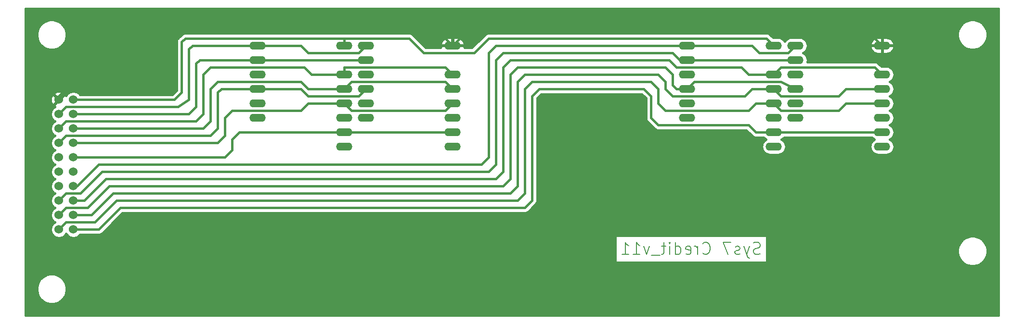
<source format=gbr>
G04 #@! TF.GenerationSoftware,KiCad,Pcbnew,5.0.2-bee76a0~70~ubuntu18.04.1*
G04 #@! TF.CreationDate,2019-03-16T16:42:48+01:00*
G04 #@! TF.ProjectId,S7Credit11_,53374372-6564-4697-9431-315f2e6b6963,rev?*
G04 #@! TF.SameCoordinates,Original*
G04 #@! TF.FileFunction,Copper,L16,Bot*
G04 #@! TF.FilePolarity,Positive*
%FSLAX46Y46*%
G04 Gerber Fmt 4.6, Leading zero omitted, Abs format (unit mm)*
G04 Created by KiCad (PCBNEW 5.0.2-bee76a0~70~ubuntu18.04.1) date Sa 16 Mär 2019 16:42:48 CET*
%MOMM*%
%LPD*%
G01*
G04 APERTURE LIST*
G04 #@! TA.AperFunction,NonConductor*
%ADD10C,0.174752*%
G04 #@! TD*
G04 #@! TA.AperFunction,ComponentPad*
%ADD11O,2.844800X1.422400*%
G04 #@! TD*
G04 #@! TA.AperFunction,ComponentPad*
%ADD12C,1.524000*%
G04 #@! TD*
G04 #@! TA.AperFunction,Conductor*
%ADD13C,0.406400*%
G04 #@! TD*
G04 APERTURE END LIST*
D10*
X149351138Y-66477363D02*
X149054684Y-66576181D01*
X148560594Y-66576181D01*
X148362957Y-66477363D01*
X148264139Y-66378545D01*
X148165321Y-66180909D01*
X148165321Y-65983273D01*
X148264139Y-65785637D01*
X148362957Y-65686819D01*
X148560594Y-65588000D01*
X148955866Y-65489182D01*
X149153502Y-65390364D01*
X149252320Y-65291546D01*
X149351138Y-65093910D01*
X149351138Y-64896274D01*
X149252320Y-64698638D01*
X149153502Y-64599820D01*
X148955866Y-64501001D01*
X148461775Y-64501001D01*
X148165321Y-64599820D01*
X147473595Y-65192728D02*
X146979504Y-66576181D01*
X146485414Y-65192728D02*
X146979504Y-66576181D01*
X147177140Y-67070272D01*
X147275958Y-67169090D01*
X147473595Y-67267908D01*
X145793687Y-66477363D02*
X145596051Y-66576181D01*
X145200778Y-66576181D01*
X145003142Y-66477363D01*
X144904324Y-66279727D01*
X144904324Y-66180909D01*
X145003142Y-65983273D01*
X145200778Y-65884455D01*
X145497233Y-65884455D01*
X145694869Y-65785637D01*
X145793687Y-65588000D01*
X145793687Y-65489182D01*
X145694869Y-65291546D01*
X145497233Y-65192728D01*
X145200778Y-65192728D01*
X145003142Y-65291546D01*
X144212597Y-64501001D02*
X142829144Y-64501001D01*
X143718507Y-66576181D01*
X139271693Y-66378545D02*
X139370511Y-66477363D01*
X139666965Y-66576181D01*
X139864601Y-66576181D01*
X140161055Y-66477363D01*
X140358692Y-66279727D01*
X140457510Y-66082091D01*
X140556328Y-65686819D01*
X140556328Y-65390364D01*
X140457510Y-64995092D01*
X140358692Y-64797456D01*
X140161055Y-64599820D01*
X139864601Y-64501001D01*
X139666965Y-64501001D01*
X139370511Y-64599820D01*
X139271693Y-64698638D01*
X138382330Y-66576181D02*
X138382330Y-65192728D01*
X138382330Y-65588000D02*
X138283512Y-65390364D01*
X138184694Y-65291546D01*
X137987057Y-65192728D01*
X137789421Y-65192728D01*
X136307150Y-66477363D02*
X136504786Y-66576181D01*
X136900058Y-66576181D01*
X137097695Y-66477363D01*
X137196513Y-66279727D01*
X137196513Y-65489182D01*
X137097695Y-65291546D01*
X136900058Y-65192728D01*
X136504786Y-65192728D01*
X136307150Y-65291546D01*
X136208332Y-65489182D01*
X136208332Y-65686819D01*
X137196513Y-65884455D01*
X134429606Y-66576181D02*
X134429606Y-64501001D01*
X134429606Y-66477363D02*
X134627242Y-66576181D01*
X135022515Y-66576181D01*
X135220151Y-66477363D01*
X135318969Y-66378545D01*
X135417787Y-66180909D01*
X135417787Y-65588000D01*
X135318969Y-65390364D01*
X135220151Y-65291546D01*
X135022515Y-65192728D01*
X134627242Y-65192728D01*
X134429606Y-65291546D01*
X133441425Y-66576181D02*
X133441425Y-65192728D01*
X133441425Y-64501001D02*
X133540243Y-64599820D01*
X133441425Y-64698638D01*
X133342607Y-64599820D01*
X133441425Y-64501001D01*
X133441425Y-64698638D01*
X132749698Y-65192728D02*
X131959154Y-65192728D01*
X132453244Y-64501001D02*
X132453244Y-66279727D01*
X132354426Y-66477363D01*
X132156790Y-66576181D01*
X131959154Y-66576181D01*
X131761517Y-66773818D02*
X130180428Y-66773818D01*
X129883974Y-65192728D02*
X129389883Y-66576181D01*
X128895793Y-65192728D01*
X127018249Y-66576181D02*
X128204066Y-66576181D01*
X127611157Y-66576181D02*
X127611157Y-64501001D01*
X127808794Y-64797456D01*
X128006430Y-64995092D01*
X128204066Y-65093910D01*
X125041887Y-66576181D02*
X126227704Y-66576181D01*
X125634795Y-66576181D02*
X125634795Y-64501001D01*
X125832432Y-64797456D01*
X126030068Y-64995092D01*
X126227704Y-65093910D01*
D11*
G04 #@! TO.P,U$1,4*
G04 #@! TO.N,E*
X60960000Y-37465000D03*
G04 #@! TO.P,U$1,5*
G04 #@! TO.N,N/C*
X60960000Y-40005000D03*
G04 #@! TO.P,U$1,6*
X60960000Y-42545000D03*
G04 #@! TO.P,U$1,13*
G04 #@! TO.N,G*
X76200000Y-37465000D03*
G04 #@! TO.P,U$1,12*
G04 #@! TO.N,C*
X76200000Y-40005000D03*
G04 #@! TO.P,U$1,11*
G04 #@! TO.N,N/C*
X76200000Y-42545000D03*
G04 #@! TO.P,U$1,9*
X76200000Y-47625000D03*
G04 #@! TO.P,U$1,10*
G04 #@! TO.N,D*
X76200000Y-45085000D03*
G04 #@! TO.P,U$1,3*
G04 #@! TO.N,N/C*
X60960000Y-34925000D03*
G04 #@! TO.P,U$1,2*
G04 #@! TO.N,F*
X60960000Y-32385000D03*
G04 #@! TO.P,U$1,1*
G04 #@! TO.N,A*
X60960000Y-29845000D03*
G04 #@! TO.P,U$1,14*
G04 #@! TO.N,B*
X76200000Y-34925000D03*
G04 #@! TO.P,U$1,16*
G04 #@! TO.N,STR1*
X76200000Y-29845000D03*
G04 #@! TD*
G04 #@! TO.P,U$2,4*
G04 #@! TO.N,E*
X80010000Y-37465000D03*
G04 #@! TO.P,U$2,5*
G04 #@! TO.N,N/C*
X80010000Y-40005000D03*
G04 #@! TO.P,U$2,6*
X80010000Y-42545000D03*
G04 #@! TO.P,U$2,13*
G04 #@! TO.N,G*
X95250000Y-37465000D03*
G04 #@! TO.P,U$2,12*
G04 #@! TO.N,C*
X95250000Y-40005000D03*
G04 #@! TO.P,U$2,11*
G04 #@! TO.N,N/C*
X95250000Y-42545000D03*
G04 #@! TO.P,U$2,9*
X95250000Y-47625000D03*
G04 #@! TO.P,U$2,10*
G04 #@! TO.N,D*
X95250000Y-45085000D03*
G04 #@! TO.P,U$2,3*
G04 #@! TO.N,N/C*
X80010000Y-34925000D03*
G04 #@! TO.P,U$2,2*
G04 #@! TO.N,F*
X80010000Y-32385000D03*
G04 #@! TO.P,U$2,1*
G04 #@! TO.N,A*
X80010000Y-29845000D03*
G04 #@! TO.P,U$2,14*
G04 #@! TO.N,B*
X95250000Y-34925000D03*
G04 #@! TO.P,U$2,16*
G04 #@! TO.N,STR2*
X95250000Y-29845000D03*
G04 #@! TD*
G04 #@! TO.P,U$6,4*
G04 #@! TO.N,E2*
X136525000Y-37465000D03*
G04 #@! TO.P,U$6,5*
G04 #@! TO.N,N/C*
X136525000Y-40005000D03*
G04 #@! TO.P,U$6,6*
X136525000Y-42545000D03*
G04 #@! TO.P,U$6,13*
G04 #@! TO.N,G2*
X151765000Y-37465000D03*
G04 #@! TO.P,U$6,12*
G04 #@! TO.N,C2*
X151765000Y-40005000D03*
G04 #@! TO.P,U$6,11*
G04 #@! TO.N,N/C*
X151765000Y-42545000D03*
G04 #@! TO.P,U$6,9*
X151765000Y-47625000D03*
G04 #@! TO.P,U$6,10*
G04 #@! TO.N,D2*
X151765000Y-45085000D03*
G04 #@! TO.P,U$6,3*
G04 #@! TO.N,N/C*
X136525000Y-34925000D03*
G04 #@! TO.P,U$6,2*
G04 #@! TO.N,F2*
X136525000Y-32385000D03*
G04 #@! TO.P,U$6,1*
G04 #@! TO.N,A2*
X136525000Y-29845000D03*
G04 #@! TO.P,U$6,14*
G04 #@! TO.N,B2*
X151765000Y-34925000D03*
G04 #@! TO.P,U$6,16*
G04 #@! TO.N,STR1*
X151765000Y-29845000D03*
G04 #@! TD*
G04 #@! TO.P,U$7,4*
G04 #@! TO.N,E2*
X155575000Y-37465000D03*
G04 #@! TO.P,U$7,5*
G04 #@! TO.N,N/C*
X155575000Y-40005000D03*
G04 #@! TO.P,U$7,6*
X155575000Y-42545000D03*
G04 #@! TO.P,U$7,13*
G04 #@! TO.N,G2*
X170815000Y-37465000D03*
G04 #@! TO.P,U$7,12*
G04 #@! TO.N,C2*
X170815000Y-40005000D03*
G04 #@! TO.P,U$7,11*
G04 #@! TO.N,N/C*
X170815000Y-42545000D03*
G04 #@! TO.P,U$7,9*
X170815000Y-47625000D03*
G04 #@! TO.P,U$7,10*
G04 #@! TO.N,D2*
X170815000Y-45085000D03*
G04 #@! TO.P,U$7,3*
G04 #@! TO.N,N/C*
X155575000Y-34925000D03*
G04 #@! TO.P,U$7,2*
G04 #@! TO.N,F2*
X155575000Y-32385000D03*
G04 #@! TO.P,U$7,1*
G04 #@! TO.N,A2*
X155575000Y-29845000D03*
G04 #@! TO.P,U$7,14*
G04 #@! TO.N,B2*
X170815000Y-34925000D03*
G04 #@! TO.P,U$7,16*
G04 #@! TO.N,STR2*
X170815000Y-29845000D03*
G04 #@! TD*
D12*
G04 #@! TO.P,JP1,1*
G04 #@! TO.N,STR2*
X26035000Y-39370000D03*
G04 #@! TO.P,JP1,2*
G04 #@! TO.N,STR1*
X28575000Y-39370000D03*
G04 #@! TO.P,JP1,3*
G04 #@! TO.N,A*
X26035000Y-41910000D03*
G04 #@! TO.P,JP1,4*
G04 #@! TO.N,F*
X28575000Y-41910000D03*
G04 #@! TO.P,JP1,5*
G04 #@! TO.N,B*
X26035000Y-44450000D03*
G04 #@! TO.P,JP1,6*
G04 #@! TO.N,G*
X28575000Y-44450000D03*
G04 #@! TO.P,JP1,7*
G04 #@! TO.N,E*
X26035000Y-46990000D03*
G04 #@! TO.P,JP1,8*
G04 #@! TO.N,C*
X28575000Y-46990000D03*
G04 #@! TO.P,JP1,9*
G04 #@! TO.N,N/C*
X26035000Y-49530000D03*
G04 #@! TO.P,JP1,10*
G04 #@! TO.N,D*
X28575000Y-49530000D03*
G04 #@! TO.P,JP1,11*
G04 #@! TO.N,N/C*
X26035000Y-52070000D03*
G04 #@! TO.P,JP1,12*
X28575000Y-52070000D03*
G04 #@! TO.P,JP1,13*
X26035000Y-54610000D03*
G04 #@! TO.P,JP1,14*
G04 #@! TO.N,A2*
X28575000Y-54610000D03*
G04 #@! TO.P,JP1,15*
G04 #@! TO.N,F2*
X26035000Y-57150000D03*
G04 #@! TO.P,JP1,16*
G04 #@! TO.N,B2*
X28575000Y-57150000D03*
G04 #@! TO.P,JP1,17*
G04 #@! TO.N,E2*
X26035000Y-59690000D03*
G04 #@! TO.P,JP1,18*
G04 #@! TO.N,G2*
X28575000Y-59690000D03*
G04 #@! TO.P,JP1,19*
G04 #@! TO.N,C2*
X26035000Y-62230000D03*
G04 #@! TO.P,JP1,20*
G04 #@! TO.N,D2*
X28575000Y-62230000D03*
G04 #@! TD*
D13*
G04 #@! TO.N,A*
X60960000Y-29845000D02*
X68580000Y-29845000D01*
X68580000Y-29845000D02*
X69850000Y-31115000D01*
X69850000Y-31115000D02*
X78740000Y-31115000D01*
X78740000Y-31115000D02*
X80010000Y-29845000D01*
X49530000Y-29845000D02*
X60960000Y-29845000D01*
X48895000Y-30480000D02*
X49530000Y-29845000D01*
X48895000Y-39370000D02*
X48895000Y-30480000D01*
X46990000Y-40640000D02*
X48895000Y-39370000D01*
X27305000Y-40640000D02*
X46990000Y-40640000D01*
X26035000Y-41910000D02*
X27305000Y-40640000D01*
G04 #@! TO.N,A2*
X136525000Y-29845000D02*
X147955000Y-29845000D01*
X147955000Y-29845000D02*
X149225000Y-31115000D01*
X149225000Y-31115000D02*
X154305000Y-31115000D01*
X154305000Y-31115000D02*
X155575000Y-29845000D01*
X28575000Y-54610000D02*
X29210000Y-54610000D01*
X29210000Y-54610000D02*
X33020000Y-50800000D01*
X33020000Y-50800000D02*
X100330000Y-50800000D01*
X100330000Y-50800000D02*
X101600000Y-49530000D01*
X101600000Y-49530000D02*
X101600000Y-31115000D01*
X101600000Y-31115000D02*
X102870000Y-29845000D01*
X102870000Y-29845000D02*
X136525000Y-29845000D01*
G04 #@! TO.N,B*
X76200000Y-34925000D02*
X76200000Y-33655000D01*
X76200000Y-33655000D02*
X93980000Y-33655000D01*
X93980000Y-33655000D02*
X95250000Y-34925000D01*
X70485000Y-34925000D02*
X76200000Y-34925000D01*
X69215000Y-33655000D02*
X70485000Y-34925000D01*
X52705000Y-33655000D02*
X69215000Y-33655000D01*
X51435000Y-34925000D02*
X52705000Y-33655000D01*
X51435000Y-41910000D02*
X51435000Y-34925000D01*
X50165000Y-43180000D02*
X51435000Y-41910000D01*
X27305000Y-43180000D02*
X50165000Y-43180000D01*
X26035000Y-44450000D02*
X27305000Y-43180000D01*
G04 #@! TO.N,B2*
X151765000Y-34925000D02*
X153035000Y-33655000D01*
X153035000Y-33655000D02*
X169545000Y-33655000D01*
X169545000Y-33655000D02*
X170815000Y-34925000D01*
X147320000Y-34925000D02*
X151765000Y-34925000D01*
X146050000Y-33655000D02*
X147320000Y-34925000D01*
X134620000Y-33655000D02*
X146050000Y-33655000D01*
X133350000Y-32385000D02*
X134620000Y-33655000D01*
X105410000Y-32385000D02*
X133350000Y-32385000D01*
X104140000Y-33655000D02*
X105410000Y-32385000D01*
X104140000Y-52070000D02*
X104140000Y-33655000D01*
X102870000Y-53340000D02*
X104140000Y-52070000D01*
X34290000Y-53340000D02*
X102870000Y-53340000D01*
X30480000Y-57150000D02*
X34290000Y-53340000D01*
X28575000Y-57150000D02*
X30480000Y-57150000D01*
G04 #@! TO.N,C*
X68580000Y-41275000D02*
X69850000Y-40005000D01*
X69850000Y-40005000D02*
X76200000Y-40005000D01*
X76200000Y-40005000D02*
X77470000Y-41275000D01*
X77470000Y-41275000D02*
X93980000Y-41275000D01*
X93980000Y-41275000D02*
X95250000Y-40005000D01*
X56515000Y-41275000D02*
X68580000Y-41275000D01*
X55245000Y-42545000D02*
X56515000Y-41275000D01*
X55245000Y-45720000D02*
X55245000Y-42545000D01*
X53975000Y-46990000D02*
X55245000Y-45720000D01*
X28575000Y-46990000D02*
X53975000Y-46990000D01*
G04 #@! TO.N,C2*
X151765000Y-40005000D02*
X153035000Y-41275000D01*
X153035000Y-41275000D02*
X163195000Y-41275000D01*
X163195000Y-41275000D02*
X164465000Y-40005000D01*
X164465000Y-40005000D02*
X170815000Y-40005000D01*
X26035000Y-62230000D02*
X27305000Y-60960000D01*
X27305000Y-60960000D02*
X32385000Y-60960000D01*
X32385000Y-60960000D02*
X36195000Y-57150000D01*
X36195000Y-57150000D02*
X106680000Y-57150000D01*
X106680000Y-57150000D02*
X107950000Y-55880000D01*
X107950000Y-55880000D02*
X107950000Y-37465000D01*
X107950000Y-37465000D02*
X109220000Y-36195000D01*
X109220000Y-36195000D02*
X130175000Y-36195000D01*
X130175000Y-36195000D02*
X131445000Y-37465000D01*
X131445000Y-37465000D02*
X131445000Y-40005000D01*
X131445000Y-40005000D02*
X132715000Y-41275000D01*
X132715000Y-41275000D02*
X147320000Y-41275000D01*
X147320000Y-41275000D02*
X148590000Y-40005000D01*
X148590000Y-40005000D02*
X151765000Y-40005000D01*
G04 #@! TO.N,D*
X76200000Y-45085000D02*
X95250000Y-45085000D01*
X57785000Y-45085000D02*
X76200000Y-45085000D01*
X56515000Y-46355000D02*
X57785000Y-45085000D01*
X56515000Y-48260000D02*
X56515000Y-46355000D01*
X55245000Y-49530000D02*
X56515000Y-48260000D01*
X28575000Y-49530000D02*
X55245000Y-49530000D01*
G04 #@! TO.N,D2*
X151765000Y-45085000D02*
X170815000Y-45085000D01*
X148590000Y-45085000D02*
X151765000Y-45085000D01*
X147320000Y-43815000D02*
X148590000Y-45085000D01*
X131445000Y-43815000D02*
X147320000Y-43815000D01*
X130175000Y-42545000D02*
X131445000Y-43815000D01*
X130175000Y-38735000D02*
X130175000Y-42545000D01*
X128905000Y-37465000D02*
X130175000Y-38735000D01*
X110490000Y-37465000D02*
X128905000Y-37465000D01*
X109220000Y-38735000D02*
X110490000Y-37465000D01*
X109220000Y-57150000D02*
X109220000Y-38735000D01*
X107950000Y-58420000D02*
X109220000Y-57150000D01*
X36830000Y-58420000D02*
X107950000Y-58420000D01*
X33020000Y-62230000D02*
X36830000Y-58420000D01*
X28575000Y-62230000D02*
X33020000Y-62230000D01*
G04 #@! TO.N,E*
X60960000Y-37465000D02*
X68580000Y-37465000D01*
X68580000Y-37465000D02*
X69850000Y-38735000D01*
X69850000Y-38735000D02*
X78740000Y-38735000D01*
X78740000Y-38735000D02*
X80010000Y-37465000D01*
X54610000Y-37465000D02*
X60960000Y-37465000D01*
X53975000Y-38100000D02*
X54610000Y-37465000D01*
X53975000Y-44450000D02*
X53975000Y-38100000D01*
X52705000Y-45720000D02*
X53975000Y-44450000D01*
X27305000Y-45720000D02*
X52705000Y-45720000D01*
X26035000Y-46990000D02*
X27305000Y-45720000D01*
G04 #@! TO.N,E2*
X136525000Y-37465000D02*
X137795000Y-36195000D01*
X137795000Y-36195000D02*
X153035000Y-36195000D01*
X153035000Y-36195000D02*
X155575000Y-37465000D01*
X134620000Y-37465000D02*
X136525000Y-37465000D01*
X133985000Y-36830000D02*
X134620000Y-37465000D01*
X133985000Y-34925000D02*
X133985000Y-36830000D01*
X132715000Y-33655000D02*
X133985000Y-34925000D01*
X106680000Y-33655000D02*
X132715000Y-33655000D01*
X105410000Y-34925000D02*
X106680000Y-33655000D01*
X105410000Y-53340000D02*
X105410000Y-34925000D01*
X104140000Y-54610000D02*
X105410000Y-53340000D01*
X34925000Y-54610000D02*
X104140000Y-54610000D01*
X31115000Y-58420000D02*
X34925000Y-54610000D01*
X27305000Y-58420000D02*
X31115000Y-58420000D01*
X26035000Y-59690000D02*
X27305000Y-58420000D01*
G04 #@! TO.N,F*
X60960000Y-32385000D02*
X80010000Y-32385000D01*
X50800000Y-32385000D02*
X60960000Y-32385000D01*
X50165000Y-33020000D02*
X50800000Y-32385000D01*
X50165000Y-40640000D02*
X50165000Y-33020000D01*
X48895000Y-41910000D02*
X50165000Y-40640000D01*
X28575000Y-41910000D02*
X48895000Y-41910000D01*
G04 #@! TO.N,F2*
X136525000Y-32385000D02*
X155575000Y-32385000D01*
X135255000Y-32385000D02*
X136525000Y-32385000D01*
X133985000Y-31115000D02*
X135255000Y-32385000D01*
X104140000Y-31115000D02*
X133985000Y-31115000D01*
X102870000Y-32385000D02*
X104140000Y-31115000D01*
X102870000Y-50800000D02*
X102870000Y-32385000D01*
X101600000Y-52070000D02*
X102870000Y-50800000D01*
X33655000Y-52070000D02*
X101600000Y-52070000D01*
X29845000Y-55880000D02*
X33655000Y-52070000D01*
X27305000Y-55880000D02*
X29845000Y-55880000D01*
X26035000Y-57150000D02*
X27305000Y-55880000D01*
G04 #@! TO.N,G*
X68580000Y-36195000D02*
X69850000Y-37465000D01*
X69850000Y-37465000D02*
X76200000Y-37465000D01*
X76200000Y-37465000D02*
X77470000Y-36195000D01*
X77470000Y-36195000D02*
X93980000Y-36195000D01*
X93980000Y-36195000D02*
X95250000Y-37465000D01*
X53975000Y-36195000D02*
X68580000Y-36195000D01*
X52705000Y-37465000D02*
X53975000Y-36195000D01*
X52705000Y-43180000D02*
X52705000Y-37465000D01*
X51435000Y-44450000D02*
X52705000Y-43180000D01*
X28575000Y-44450000D02*
X51435000Y-44450000D01*
G04 #@! TO.N,G2*
X151765000Y-37465000D02*
X153035000Y-38735000D01*
X153035000Y-38735000D02*
X163195000Y-38735000D01*
X163195000Y-38735000D02*
X164465000Y-37465000D01*
X164465000Y-37465000D02*
X170815000Y-37465000D01*
X28575000Y-59690000D02*
X31750000Y-59690000D01*
X31750000Y-59690000D02*
X35560000Y-55880000D01*
X35560000Y-55880000D02*
X105410000Y-55880000D01*
X105410000Y-55880000D02*
X106680000Y-54610000D01*
X106680000Y-54610000D02*
X106680000Y-36195000D01*
X106680000Y-36195000D02*
X107950000Y-34925000D01*
X107950000Y-34925000D02*
X131445000Y-34925000D01*
X131445000Y-34925000D02*
X132715000Y-36195000D01*
X132715000Y-36195000D02*
X132715000Y-37465000D01*
X132715000Y-37465000D02*
X133985000Y-38735000D01*
X133985000Y-38735000D02*
X146685000Y-38735000D01*
X146685000Y-38735000D02*
X147955000Y-37465000D01*
X147955000Y-37465000D02*
X151765000Y-37465000D01*
G04 #@! TO.N,STR1*
X76200000Y-28575000D02*
X76200000Y-29845000D01*
X76200000Y-28575000D02*
X87630000Y-28575000D01*
X87630000Y-28575000D02*
X90170000Y-31115000D01*
X90170000Y-31115000D02*
X99060000Y-31115000D01*
X99060000Y-31115000D02*
X101600000Y-28575000D01*
X101600000Y-28575000D02*
X150495000Y-28575000D01*
X150495000Y-28575000D02*
X151765000Y-29845000D01*
X48260000Y-28575000D02*
X76200000Y-28575000D01*
X47625000Y-29210000D02*
X48260000Y-28575000D01*
X47625000Y-38100000D02*
X47625000Y-29210000D01*
X46355000Y-39370000D02*
X47625000Y-38100000D01*
X28575000Y-39370000D02*
X46355000Y-39370000D01*
G04 #@! TO.N,STR2*
X95250000Y-29845000D02*
X97790000Y-27305000D01*
X97790000Y-27305000D02*
X168275000Y-27305000D01*
X168275000Y-27305000D02*
X170815000Y-29845000D01*
X26035000Y-39370000D02*
X26035000Y-38735000D01*
X26035000Y-38735000D02*
X27305000Y-37465000D01*
X27305000Y-37465000D02*
X45085000Y-37465000D01*
X45085000Y-37465000D02*
X46355000Y-36195000D01*
X46355000Y-36195000D02*
X46355000Y-28575000D01*
X46355000Y-28575000D02*
X47625000Y-27305000D01*
X47625000Y-27305000D02*
X92710000Y-27305000D01*
X92710000Y-27305000D02*
X95250000Y-29845000D01*
G04 #@! TD*
G04 #@! TO.N,STR2*
G36*
X191286300Y-77312500D02*
X20158700Y-77312500D01*
X20158700Y-72449827D01*
X22148800Y-72449827D01*
X22148800Y-72965173D01*
X22249339Y-73470617D01*
X22446553Y-73946736D01*
X22732865Y-74375230D01*
X23097270Y-74739635D01*
X23525764Y-75025947D01*
X24001883Y-75223161D01*
X24507327Y-75323700D01*
X25022673Y-75323700D01*
X25528117Y-75223161D01*
X26004236Y-75025947D01*
X26432730Y-74739635D01*
X26797135Y-74375230D01*
X27083447Y-73946736D01*
X27280661Y-73470617D01*
X27381200Y-72965173D01*
X27381200Y-72449827D01*
X27280661Y-71944383D01*
X27083447Y-71468264D01*
X26797135Y-71039770D01*
X26432730Y-70675365D01*
X26004236Y-70389053D01*
X25528117Y-70191839D01*
X25022673Y-70091300D01*
X24507327Y-70091300D01*
X24001883Y-70191839D01*
X23525764Y-70389053D01*
X23097270Y-70675365D01*
X22732865Y-71039770D01*
X22446553Y-71468264D01*
X22249339Y-71944383D01*
X22148800Y-72449827D01*
X20158700Y-72449827D01*
X20158700Y-41764902D01*
X24561800Y-41764902D01*
X24561800Y-42055098D01*
X24618414Y-42339717D01*
X24729467Y-42607822D01*
X24890691Y-42849110D01*
X25095890Y-43054309D01*
X25283999Y-43180000D01*
X25095890Y-43305691D01*
X24890691Y-43510890D01*
X24729467Y-43752178D01*
X24618414Y-44020283D01*
X24561800Y-44304902D01*
X24561800Y-44595098D01*
X24618414Y-44879717D01*
X24729467Y-45147822D01*
X24890691Y-45389110D01*
X25095890Y-45594309D01*
X25283999Y-45720000D01*
X25095890Y-45845691D01*
X24890691Y-46050890D01*
X24729467Y-46292178D01*
X24618414Y-46560283D01*
X24561800Y-46844902D01*
X24561800Y-47135098D01*
X24618414Y-47419717D01*
X24729467Y-47687822D01*
X24890691Y-47929110D01*
X25095890Y-48134309D01*
X25283999Y-48260000D01*
X25095890Y-48385691D01*
X24890691Y-48590890D01*
X24729467Y-48832178D01*
X24618414Y-49100283D01*
X24561800Y-49384902D01*
X24561800Y-49675098D01*
X24618414Y-49959717D01*
X24729467Y-50227822D01*
X24890691Y-50469110D01*
X25095890Y-50674309D01*
X25283999Y-50800000D01*
X25095890Y-50925691D01*
X24890691Y-51130890D01*
X24729467Y-51372178D01*
X24618414Y-51640283D01*
X24561800Y-51924902D01*
X24561800Y-52215098D01*
X24618414Y-52499717D01*
X24729467Y-52767822D01*
X24890691Y-53009110D01*
X25095890Y-53214309D01*
X25283999Y-53340000D01*
X25095890Y-53465691D01*
X24890691Y-53670890D01*
X24729467Y-53912178D01*
X24618414Y-54180283D01*
X24561800Y-54464902D01*
X24561800Y-54755098D01*
X24618414Y-55039717D01*
X24729467Y-55307822D01*
X24890691Y-55549110D01*
X25095890Y-55754309D01*
X25283999Y-55880000D01*
X25095890Y-56005691D01*
X24890691Y-56210890D01*
X24729467Y-56452178D01*
X24618414Y-56720283D01*
X24561800Y-57004902D01*
X24561800Y-57295098D01*
X24618414Y-57579717D01*
X24729467Y-57847822D01*
X24890691Y-58089110D01*
X25095890Y-58294309D01*
X25283999Y-58420000D01*
X25095890Y-58545691D01*
X24890691Y-58750890D01*
X24729467Y-58992178D01*
X24618414Y-59260283D01*
X24561800Y-59544902D01*
X24561800Y-59835098D01*
X24618414Y-60119717D01*
X24729467Y-60387822D01*
X24890691Y-60629110D01*
X25095890Y-60834309D01*
X25283999Y-60960000D01*
X25095890Y-61085691D01*
X24890691Y-61290890D01*
X24729467Y-61532178D01*
X24618414Y-61800283D01*
X24561800Y-62084902D01*
X24561800Y-62375098D01*
X24618414Y-62659717D01*
X24729467Y-62927822D01*
X24890691Y-63169110D01*
X25095890Y-63374309D01*
X25337178Y-63535533D01*
X25605283Y-63646586D01*
X25889902Y-63703200D01*
X26180098Y-63703200D01*
X26464717Y-63646586D01*
X26732822Y-63535533D01*
X26974110Y-63374309D01*
X27179309Y-63169110D01*
X27305000Y-62981001D01*
X27430691Y-63169110D01*
X27635890Y-63374309D01*
X27877178Y-63535533D01*
X28145283Y-63646586D01*
X28429902Y-63703200D01*
X28720098Y-63703200D01*
X29004717Y-63646586D01*
X29272822Y-63535533D01*
X29514110Y-63374309D01*
X29587403Y-63301016D01*
X123874252Y-63301016D01*
X123874252Y-68010938D01*
X150571200Y-68010938D01*
X150571200Y-65782327D01*
X184073800Y-65782327D01*
X184073800Y-66297673D01*
X184174339Y-66803117D01*
X184371553Y-67279236D01*
X184657865Y-67707730D01*
X185022270Y-68072135D01*
X185450764Y-68358447D01*
X185926883Y-68555661D01*
X186432327Y-68656200D01*
X186947673Y-68656200D01*
X187453117Y-68555661D01*
X187929236Y-68358447D01*
X188357730Y-68072135D01*
X188722135Y-67707730D01*
X189008447Y-67279236D01*
X189205661Y-66803117D01*
X189306200Y-66297673D01*
X189306200Y-65782327D01*
X189205661Y-65276883D01*
X189008447Y-64800764D01*
X188722135Y-64372270D01*
X188357730Y-64007865D01*
X187929236Y-63721553D01*
X187453117Y-63524339D01*
X186947673Y-63423800D01*
X186432327Y-63423800D01*
X185926883Y-63524339D01*
X185450764Y-63721553D01*
X185022270Y-64007865D01*
X184657865Y-64372270D01*
X184371553Y-64800764D01*
X184174339Y-65276883D01*
X184073800Y-65782327D01*
X150571200Y-65782327D01*
X150571200Y-63301016D01*
X123874252Y-63301016D01*
X29587403Y-63301016D01*
X29719309Y-63169110D01*
X29735820Y-63144400D01*
X32975085Y-63144400D01*
X33020000Y-63148824D01*
X33064915Y-63144400D01*
X33064918Y-63144400D01*
X33199254Y-63131169D01*
X33371619Y-63078883D01*
X33530471Y-62993974D01*
X33669707Y-62879707D01*
X33698346Y-62844810D01*
X37208757Y-59334400D01*
X107905085Y-59334400D01*
X107950000Y-59338824D01*
X107994915Y-59334400D01*
X107994918Y-59334400D01*
X108129254Y-59321169D01*
X108301619Y-59268883D01*
X108460471Y-59183974D01*
X108599707Y-59069707D01*
X108628346Y-59034810D01*
X109834817Y-57828340D01*
X109869707Y-57799707D01*
X109917345Y-57741660D01*
X109983974Y-57660472D01*
X110027138Y-57579717D01*
X110068883Y-57501619D01*
X110121169Y-57329254D01*
X110134400Y-57194918D01*
X110134400Y-57194916D01*
X110138824Y-57150001D01*
X110134400Y-57105086D01*
X110134400Y-39113756D01*
X110868757Y-38379400D01*
X128526244Y-38379400D01*
X129260600Y-39113757D01*
X129260601Y-42500075D01*
X129256176Y-42545000D01*
X129273832Y-42724253D01*
X129326117Y-42896618D01*
X129411026Y-43055470D01*
X129411027Y-43055471D01*
X129525294Y-43194707D01*
X129560184Y-43223340D01*
X130766659Y-44429815D01*
X130795293Y-44464707D01*
X130832106Y-44494918D01*
X130934528Y-44578974D01*
X130989861Y-44608550D01*
X131093381Y-44663883D01*
X131265746Y-44716169D01*
X131400082Y-44729400D01*
X131400084Y-44729400D01*
X131444999Y-44733824D01*
X131489914Y-44729400D01*
X146941244Y-44729400D01*
X147911659Y-45699815D01*
X147940293Y-45734707D01*
X147977106Y-45764918D01*
X148079528Y-45848974D01*
X148112478Y-45866586D01*
X148238381Y-45933883D01*
X148410746Y-45986169D01*
X148545082Y-45999400D01*
X148545084Y-45999400D01*
X148589999Y-46003824D01*
X148634914Y-45999400D01*
X149964150Y-45999400D01*
X150043145Y-46095655D01*
X150259733Y-46273405D01*
X150412387Y-46355000D01*
X150259733Y-46436595D01*
X150043145Y-46614345D01*
X149865395Y-46830933D01*
X149733316Y-47078037D01*
X149651981Y-47346161D01*
X149624518Y-47625000D01*
X149651981Y-47903839D01*
X149733316Y-48171963D01*
X149865395Y-48419067D01*
X150043145Y-48635655D01*
X150259733Y-48813405D01*
X150506837Y-48945484D01*
X150774961Y-49026819D01*
X150983925Y-49047400D01*
X152546075Y-49047400D01*
X152755039Y-49026819D01*
X153023163Y-48945484D01*
X153270267Y-48813405D01*
X153486855Y-48635655D01*
X153664605Y-48419067D01*
X153796684Y-48171963D01*
X153878019Y-47903839D01*
X153905482Y-47625000D01*
X153878019Y-47346161D01*
X153796684Y-47078037D01*
X153664605Y-46830933D01*
X153486855Y-46614345D01*
X153270267Y-46436595D01*
X153117613Y-46355000D01*
X153270267Y-46273405D01*
X153486855Y-46095655D01*
X153565850Y-45999400D01*
X169014150Y-45999400D01*
X169093145Y-46095655D01*
X169309733Y-46273405D01*
X169462387Y-46355000D01*
X169309733Y-46436595D01*
X169093145Y-46614345D01*
X168915395Y-46830933D01*
X168783316Y-47078037D01*
X168701981Y-47346161D01*
X168674518Y-47625000D01*
X168701981Y-47903839D01*
X168783316Y-48171963D01*
X168915395Y-48419067D01*
X169093145Y-48635655D01*
X169309733Y-48813405D01*
X169556837Y-48945484D01*
X169824961Y-49026819D01*
X170033925Y-49047400D01*
X171596075Y-49047400D01*
X171805039Y-49026819D01*
X172073163Y-48945484D01*
X172320267Y-48813405D01*
X172536855Y-48635655D01*
X172714605Y-48419067D01*
X172846684Y-48171963D01*
X172928019Y-47903839D01*
X172955482Y-47625000D01*
X172928019Y-47346161D01*
X172846684Y-47078037D01*
X172714605Y-46830933D01*
X172536855Y-46614345D01*
X172320267Y-46436595D01*
X172167613Y-46355000D01*
X172320267Y-46273405D01*
X172536855Y-46095655D01*
X172714605Y-45879067D01*
X172846684Y-45631963D01*
X172928019Y-45363839D01*
X172955482Y-45085000D01*
X172928019Y-44806161D01*
X172846684Y-44538037D01*
X172714605Y-44290933D01*
X172536855Y-44074345D01*
X172320267Y-43896595D01*
X172167613Y-43815000D01*
X172320267Y-43733405D01*
X172536855Y-43555655D01*
X172714605Y-43339067D01*
X172846684Y-43091963D01*
X172928019Y-42823839D01*
X172955482Y-42545000D01*
X172928019Y-42266161D01*
X172846684Y-41998037D01*
X172714605Y-41750933D01*
X172536855Y-41534345D01*
X172320267Y-41356595D01*
X172167613Y-41275000D01*
X172320267Y-41193405D01*
X172536855Y-41015655D01*
X172714605Y-40799067D01*
X172846684Y-40551963D01*
X172928019Y-40283839D01*
X172955482Y-40005000D01*
X172928019Y-39726161D01*
X172846684Y-39458037D01*
X172714605Y-39210933D01*
X172536855Y-38994345D01*
X172320267Y-38816595D01*
X172167613Y-38735000D01*
X172320267Y-38653405D01*
X172536855Y-38475655D01*
X172714605Y-38259067D01*
X172846684Y-38011963D01*
X172928019Y-37743839D01*
X172955482Y-37465000D01*
X172928019Y-37186161D01*
X172846684Y-36918037D01*
X172714605Y-36670933D01*
X172536855Y-36454345D01*
X172320267Y-36276595D01*
X172167613Y-36195000D01*
X172320267Y-36113405D01*
X172536855Y-35935655D01*
X172714605Y-35719067D01*
X172846684Y-35471963D01*
X172928019Y-35203839D01*
X172955482Y-34925000D01*
X172928019Y-34646161D01*
X172846684Y-34378037D01*
X172714605Y-34130933D01*
X172536855Y-33914345D01*
X172320267Y-33736595D01*
X172073163Y-33604516D01*
X171805039Y-33523181D01*
X171596075Y-33502600D01*
X170685756Y-33502600D01*
X170223346Y-33040190D01*
X170194707Y-33005293D01*
X170055471Y-32891026D01*
X169896619Y-32806117D01*
X169724254Y-32753831D01*
X169589918Y-32740600D01*
X169589915Y-32740600D01*
X169545000Y-32736176D01*
X169500085Y-32740600D01*
X157664734Y-32740600D01*
X157688019Y-32663839D01*
X157715482Y-32385000D01*
X157688019Y-32106161D01*
X157606684Y-31838037D01*
X157474605Y-31590933D01*
X157296855Y-31374345D01*
X157080267Y-31196595D01*
X156927613Y-31115000D01*
X157080267Y-31033405D01*
X157296855Y-30855655D01*
X157474605Y-30639067D01*
X157606684Y-30391963D01*
X157688019Y-30123839D01*
X157688638Y-30117545D01*
X168707755Y-30117545D01*
X168770234Y-30342395D01*
X168892895Y-30593004D01*
X169062090Y-30814867D01*
X169271318Y-30999459D01*
X169512538Y-31139686D01*
X169776480Y-31230158D01*
X170053000Y-31267400D01*
X170764200Y-31267400D01*
X170764200Y-29895800D01*
X170865800Y-29895800D01*
X170865800Y-31267400D01*
X171577000Y-31267400D01*
X171853520Y-31230158D01*
X172117462Y-31139686D01*
X172358682Y-30999459D01*
X172567910Y-30814867D01*
X172737105Y-30593004D01*
X172859766Y-30342395D01*
X172922245Y-30117545D01*
X172769763Y-29895800D01*
X170865800Y-29895800D01*
X170764200Y-29895800D01*
X168860237Y-29895800D01*
X168707755Y-30117545D01*
X157688638Y-30117545D01*
X157715482Y-29845000D01*
X157688639Y-29572455D01*
X168707755Y-29572455D01*
X168860237Y-29794200D01*
X170764200Y-29794200D01*
X170764200Y-28422600D01*
X170865800Y-28422600D01*
X170865800Y-29794200D01*
X172769763Y-29794200D01*
X172922245Y-29572455D01*
X172859766Y-29347605D01*
X172737105Y-29096996D01*
X172567910Y-28875133D01*
X172358682Y-28690541D01*
X172117462Y-28550314D01*
X171853520Y-28459842D01*
X171577000Y-28422600D01*
X170865800Y-28422600D01*
X170764200Y-28422600D01*
X170053000Y-28422600D01*
X169776480Y-28459842D01*
X169512538Y-28550314D01*
X169271318Y-28690541D01*
X169062090Y-28875133D01*
X168892895Y-29096996D01*
X168770234Y-29347605D01*
X168707755Y-29572455D01*
X157688639Y-29572455D01*
X157688019Y-29566161D01*
X157606684Y-29298037D01*
X157474605Y-29050933D01*
X157296855Y-28834345D01*
X157080267Y-28656595D01*
X156833163Y-28524516D01*
X156565039Y-28443181D01*
X156356075Y-28422600D01*
X154793925Y-28422600D01*
X154584961Y-28443181D01*
X154316837Y-28524516D01*
X154069733Y-28656595D01*
X153853145Y-28834345D01*
X153675395Y-29050933D01*
X153670000Y-29061026D01*
X153664605Y-29050933D01*
X153486855Y-28834345D01*
X153270267Y-28656595D01*
X153023163Y-28524516D01*
X152755039Y-28443181D01*
X152546075Y-28422600D01*
X151635756Y-28422600D01*
X151173346Y-27960190D01*
X151144707Y-27925293D01*
X151005471Y-27811026D01*
X150846619Y-27726117D01*
X150702262Y-27682327D01*
X184073800Y-27682327D01*
X184073800Y-28197673D01*
X184174339Y-28703117D01*
X184371553Y-29179236D01*
X184657865Y-29607730D01*
X185022270Y-29972135D01*
X185450764Y-30258447D01*
X185926883Y-30455661D01*
X186432327Y-30556200D01*
X186947673Y-30556200D01*
X187453117Y-30455661D01*
X187929236Y-30258447D01*
X188357730Y-29972135D01*
X188722135Y-29607730D01*
X189008447Y-29179236D01*
X189205661Y-28703117D01*
X189306200Y-28197673D01*
X189306200Y-27682327D01*
X189205661Y-27176883D01*
X189008447Y-26700764D01*
X188722135Y-26272270D01*
X188357730Y-25907865D01*
X187929236Y-25621553D01*
X187453117Y-25424339D01*
X186947673Y-25323800D01*
X186432327Y-25323800D01*
X185926883Y-25424339D01*
X185450764Y-25621553D01*
X185022270Y-25907865D01*
X184657865Y-26272270D01*
X184371553Y-26700764D01*
X184174339Y-27176883D01*
X184073800Y-27682327D01*
X150702262Y-27682327D01*
X150674254Y-27673831D01*
X150539918Y-27660600D01*
X150539915Y-27660600D01*
X150495000Y-27656176D01*
X150450085Y-27660600D01*
X101644914Y-27660600D01*
X101599999Y-27656176D01*
X101555084Y-27660600D01*
X101555082Y-27660600D01*
X101420746Y-27673831D01*
X101248381Y-27726117D01*
X101174437Y-27765641D01*
X101089528Y-27811026D01*
X101047655Y-27845391D01*
X100950293Y-27925293D01*
X100921654Y-27960190D01*
X98681244Y-30200600D01*
X97334167Y-30200600D01*
X97357245Y-30117545D01*
X97204763Y-29895800D01*
X95300800Y-29895800D01*
X95300800Y-29915800D01*
X95199200Y-29915800D01*
X95199200Y-29895800D01*
X93295237Y-29895800D01*
X93142755Y-30117545D01*
X93165833Y-30200600D01*
X90548756Y-30200600D01*
X89920611Y-29572455D01*
X93142755Y-29572455D01*
X93295237Y-29794200D01*
X95199200Y-29794200D01*
X95199200Y-28422600D01*
X95300800Y-28422600D01*
X95300800Y-29794200D01*
X97204763Y-29794200D01*
X97357245Y-29572455D01*
X97294766Y-29347605D01*
X97172105Y-29096996D01*
X97002910Y-28875133D01*
X96793682Y-28690541D01*
X96552462Y-28550314D01*
X96288520Y-28459842D01*
X96012000Y-28422600D01*
X95300800Y-28422600D01*
X95199200Y-28422600D01*
X94488000Y-28422600D01*
X94211480Y-28459842D01*
X93947538Y-28550314D01*
X93706318Y-28690541D01*
X93497090Y-28875133D01*
X93327895Y-29096996D01*
X93205234Y-29347605D01*
X93142755Y-29572455D01*
X89920611Y-29572455D01*
X88308346Y-27960190D01*
X88279707Y-27925293D01*
X88140471Y-27811026D01*
X87981619Y-27726117D01*
X87809254Y-27673831D01*
X87674918Y-27660600D01*
X87674915Y-27660600D01*
X87630000Y-27656176D01*
X87585085Y-27660600D01*
X76244917Y-27660600D01*
X76200000Y-27656176D01*
X76155082Y-27660600D01*
X48304915Y-27660600D01*
X48260000Y-27656176D01*
X48215085Y-27660600D01*
X48215082Y-27660600D01*
X48080746Y-27673831D01*
X47908381Y-27726117D01*
X47749529Y-27811026D01*
X47610293Y-27925293D01*
X47581658Y-27960185D01*
X47010185Y-28531659D01*
X46975294Y-28560293D01*
X46946660Y-28595184D01*
X46861026Y-28699530D01*
X46776117Y-28858382D01*
X46723832Y-29030747D01*
X46706176Y-29210000D01*
X46710601Y-29254925D01*
X46710600Y-37721243D01*
X45976244Y-38455600D01*
X29735820Y-38455600D01*
X29719309Y-38430890D01*
X29514110Y-38225691D01*
X29272822Y-38064467D01*
X29004717Y-37953414D01*
X28720098Y-37896800D01*
X28429902Y-37896800D01*
X28145283Y-37953414D01*
X27877178Y-38064467D01*
X27635890Y-38225691D01*
X27430691Y-38430890D01*
X27304668Y-38619496D01*
X27269902Y-38553673D01*
X27261765Y-38541495D01*
X26991247Y-38485595D01*
X26106842Y-39370000D01*
X26120985Y-39384143D01*
X26049143Y-39455985D01*
X26035000Y-39441842D01*
X25150595Y-40326247D01*
X25206495Y-40596765D01*
X25285086Y-40639274D01*
X25095890Y-40765691D01*
X24890691Y-40970890D01*
X24729467Y-41212178D01*
X24618414Y-41480283D01*
X24561800Y-41764902D01*
X20158700Y-41764902D01*
X20158700Y-39362677D01*
X24554689Y-39362677D01*
X24581705Y-39651612D01*
X24664569Y-39929725D01*
X24800098Y-40186327D01*
X24808235Y-40198505D01*
X25078753Y-40254405D01*
X25963158Y-39370000D01*
X25078753Y-38485595D01*
X24808235Y-38541495D01*
X24670174Y-38796744D01*
X24584561Y-39074023D01*
X24554689Y-39362677D01*
X20158700Y-39362677D01*
X20158700Y-38413753D01*
X25150595Y-38413753D01*
X26035000Y-39298158D01*
X26919405Y-38413753D01*
X26863505Y-38143235D01*
X26608256Y-38005174D01*
X26330977Y-37919561D01*
X26042323Y-37889689D01*
X25753388Y-37916705D01*
X25475275Y-37999569D01*
X25218673Y-38135098D01*
X25206495Y-38143235D01*
X25150595Y-38413753D01*
X20158700Y-38413753D01*
X20158700Y-27682327D01*
X22148800Y-27682327D01*
X22148800Y-28197673D01*
X22249339Y-28703117D01*
X22446553Y-29179236D01*
X22732865Y-29607730D01*
X23097270Y-29972135D01*
X23525764Y-30258447D01*
X24001883Y-30455661D01*
X24507327Y-30556200D01*
X25022673Y-30556200D01*
X25528117Y-30455661D01*
X26004236Y-30258447D01*
X26432730Y-29972135D01*
X26797135Y-29607730D01*
X27083447Y-29179236D01*
X27280661Y-28703117D01*
X27381200Y-28197673D01*
X27381200Y-27682327D01*
X27280661Y-27176883D01*
X27083447Y-26700764D01*
X26797135Y-26272270D01*
X26432730Y-25907865D01*
X26004236Y-25621553D01*
X25528117Y-25424339D01*
X25022673Y-25323800D01*
X24507327Y-25323800D01*
X24001883Y-25424339D01*
X23525764Y-25621553D01*
X23097270Y-25907865D01*
X22732865Y-26272270D01*
X22446553Y-26700764D01*
X22249339Y-27176883D01*
X22148800Y-27682327D01*
X20158700Y-27682327D01*
X20158700Y-23335000D01*
X191286301Y-23335000D01*
X191286300Y-77312500D01*
X191286300Y-77312500D01*
G37*
X191286300Y-77312500D02*
X20158700Y-77312500D01*
X20158700Y-72449827D01*
X22148800Y-72449827D01*
X22148800Y-72965173D01*
X22249339Y-73470617D01*
X22446553Y-73946736D01*
X22732865Y-74375230D01*
X23097270Y-74739635D01*
X23525764Y-75025947D01*
X24001883Y-75223161D01*
X24507327Y-75323700D01*
X25022673Y-75323700D01*
X25528117Y-75223161D01*
X26004236Y-75025947D01*
X26432730Y-74739635D01*
X26797135Y-74375230D01*
X27083447Y-73946736D01*
X27280661Y-73470617D01*
X27381200Y-72965173D01*
X27381200Y-72449827D01*
X27280661Y-71944383D01*
X27083447Y-71468264D01*
X26797135Y-71039770D01*
X26432730Y-70675365D01*
X26004236Y-70389053D01*
X25528117Y-70191839D01*
X25022673Y-70091300D01*
X24507327Y-70091300D01*
X24001883Y-70191839D01*
X23525764Y-70389053D01*
X23097270Y-70675365D01*
X22732865Y-71039770D01*
X22446553Y-71468264D01*
X22249339Y-71944383D01*
X22148800Y-72449827D01*
X20158700Y-72449827D01*
X20158700Y-41764902D01*
X24561800Y-41764902D01*
X24561800Y-42055098D01*
X24618414Y-42339717D01*
X24729467Y-42607822D01*
X24890691Y-42849110D01*
X25095890Y-43054309D01*
X25283999Y-43180000D01*
X25095890Y-43305691D01*
X24890691Y-43510890D01*
X24729467Y-43752178D01*
X24618414Y-44020283D01*
X24561800Y-44304902D01*
X24561800Y-44595098D01*
X24618414Y-44879717D01*
X24729467Y-45147822D01*
X24890691Y-45389110D01*
X25095890Y-45594309D01*
X25283999Y-45720000D01*
X25095890Y-45845691D01*
X24890691Y-46050890D01*
X24729467Y-46292178D01*
X24618414Y-46560283D01*
X24561800Y-46844902D01*
X24561800Y-47135098D01*
X24618414Y-47419717D01*
X24729467Y-47687822D01*
X24890691Y-47929110D01*
X25095890Y-48134309D01*
X25283999Y-48260000D01*
X25095890Y-48385691D01*
X24890691Y-48590890D01*
X24729467Y-48832178D01*
X24618414Y-49100283D01*
X24561800Y-49384902D01*
X24561800Y-49675098D01*
X24618414Y-49959717D01*
X24729467Y-50227822D01*
X24890691Y-50469110D01*
X25095890Y-50674309D01*
X25283999Y-50800000D01*
X25095890Y-50925691D01*
X24890691Y-51130890D01*
X24729467Y-51372178D01*
X24618414Y-51640283D01*
X24561800Y-51924902D01*
X24561800Y-52215098D01*
X24618414Y-52499717D01*
X24729467Y-52767822D01*
X24890691Y-53009110D01*
X25095890Y-53214309D01*
X25283999Y-53340000D01*
X25095890Y-53465691D01*
X24890691Y-53670890D01*
X24729467Y-53912178D01*
X24618414Y-54180283D01*
X24561800Y-54464902D01*
X24561800Y-54755098D01*
X24618414Y-55039717D01*
X24729467Y-55307822D01*
X24890691Y-55549110D01*
X25095890Y-55754309D01*
X25283999Y-55880000D01*
X25095890Y-56005691D01*
X24890691Y-56210890D01*
X24729467Y-56452178D01*
X24618414Y-56720283D01*
X24561800Y-57004902D01*
X24561800Y-57295098D01*
X24618414Y-57579717D01*
X24729467Y-57847822D01*
X24890691Y-58089110D01*
X25095890Y-58294309D01*
X25283999Y-58420000D01*
X25095890Y-58545691D01*
X24890691Y-58750890D01*
X24729467Y-58992178D01*
X24618414Y-59260283D01*
X24561800Y-59544902D01*
X24561800Y-59835098D01*
X24618414Y-60119717D01*
X24729467Y-60387822D01*
X24890691Y-60629110D01*
X25095890Y-60834309D01*
X25283999Y-60960000D01*
X25095890Y-61085691D01*
X24890691Y-61290890D01*
X24729467Y-61532178D01*
X24618414Y-61800283D01*
X24561800Y-62084902D01*
X24561800Y-62375098D01*
X24618414Y-62659717D01*
X24729467Y-62927822D01*
X24890691Y-63169110D01*
X25095890Y-63374309D01*
X25337178Y-63535533D01*
X25605283Y-63646586D01*
X25889902Y-63703200D01*
X26180098Y-63703200D01*
X26464717Y-63646586D01*
X26732822Y-63535533D01*
X26974110Y-63374309D01*
X27179309Y-63169110D01*
X27305000Y-62981001D01*
X27430691Y-63169110D01*
X27635890Y-63374309D01*
X27877178Y-63535533D01*
X28145283Y-63646586D01*
X28429902Y-63703200D01*
X28720098Y-63703200D01*
X29004717Y-63646586D01*
X29272822Y-63535533D01*
X29514110Y-63374309D01*
X29587403Y-63301016D01*
X123874252Y-63301016D01*
X123874252Y-68010938D01*
X150571200Y-68010938D01*
X150571200Y-65782327D01*
X184073800Y-65782327D01*
X184073800Y-66297673D01*
X184174339Y-66803117D01*
X184371553Y-67279236D01*
X184657865Y-67707730D01*
X185022270Y-68072135D01*
X185450764Y-68358447D01*
X185926883Y-68555661D01*
X186432327Y-68656200D01*
X186947673Y-68656200D01*
X187453117Y-68555661D01*
X187929236Y-68358447D01*
X188357730Y-68072135D01*
X188722135Y-67707730D01*
X189008447Y-67279236D01*
X189205661Y-66803117D01*
X189306200Y-66297673D01*
X189306200Y-65782327D01*
X189205661Y-65276883D01*
X189008447Y-64800764D01*
X188722135Y-64372270D01*
X188357730Y-64007865D01*
X187929236Y-63721553D01*
X187453117Y-63524339D01*
X186947673Y-63423800D01*
X186432327Y-63423800D01*
X185926883Y-63524339D01*
X185450764Y-63721553D01*
X185022270Y-64007865D01*
X184657865Y-64372270D01*
X184371553Y-64800764D01*
X184174339Y-65276883D01*
X184073800Y-65782327D01*
X150571200Y-65782327D01*
X150571200Y-63301016D01*
X123874252Y-63301016D01*
X29587403Y-63301016D01*
X29719309Y-63169110D01*
X29735820Y-63144400D01*
X32975085Y-63144400D01*
X33020000Y-63148824D01*
X33064915Y-63144400D01*
X33064918Y-63144400D01*
X33199254Y-63131169D01*
X33371619Y-63078883D01*
X33530471Y-62993974D01*
X33669707Y-62879707D01*
X33698346Y-62844810D01*
X37208757Y-59334400D01*
X107905085Y-59334400D01*
X107950000Y-59338824D01*
X107994915Y-59334400D01*
X107994918Y-59334400D01*
X108129254Y-59321169D01*
X108301619Y-59268883D01*
X108460471Y-59183974D01*
X108599707Y-59069707D01*
X108628346Y-59034810D01*
X109834817Y-57828340D01*
X109869707Y-57799707D01*
X109917345Y-57741660D01*
X109983974Y-57660472D01*
X110027138Y-57579717D01*
X110068883Y-57501619D01*
X110121169Y-57329254D01*
X110134400Y-57194918D01*
X110134400Y-57194916D01*
X110138824Y-57150001D01*
X110134400Y-57105086D01*
X110134400Y-39113756D01*
X110868757Y-38379400D01*
X128526244Y-38379400D01*
X129260600Y-39113757D01*
X129260601Y-42500075D01*
X129256176Y-42545000D01*
X129273832Y-42724253D01*
X129326117Y-42896618D01*
X129411026Y-43055470D01*
X129411027Y-43055471D01*
X129525294Y-43194707D01*
X129560184Y-43223340D01*
X130766659Y-44429815D01*
X130795293Y-44464707D01*
X130832106Y-44494918D01*
X130934528Y-44578974D01*
X130989861Y-44608550D01*
X131093381Y-44663883D01*
X131265746Y-44716169D01*
X131400082Y-44729400D01*
X131400084Y-44729400D01*
X131444999Y-44733824D01*
X131489914Y-44729400D01*
X146941244Y-44729400D01*
X147911659Y-45699815D01*
X147940293Y-45734707D01*
X147977106Y-45764918D01*
X148079528Y-45848974D01*
X148112478Y-45866586D01*
X148238381Y-45933883D01*
X148410746Y-45986169D01*
X148545082Y-45999400D01*
X148545084Y-45999400D01*
X148589999Y-46003824D01*
X148634914Y-45999400D01*
X149964150Y-45999400D01*
X150043145Y-46095655D01*
X150259733Y-46273405D01*
X150412387Y-46355000D01*
X150259733Y-46436595D01*
X150043145Y-46614345D01*
X149865395Y-46830933D01*
X149733316Y-47078037D01*
X149651981Y-47346161D01*
X149624518Y-47625000D01*
X149651981Y-47903839D01*
X149733316Y-48171963D01*
X149865395Y-48419067D01*
X150043145Y-48635655D01*
X150259733Y-48813405D01*
X150506837Y-48945484D01*
X150774961Y-49026819D01*
X150983925Y-49047400D01*
X152546075Y-49047400D01*
X152755039Y-49026819D01*
X153023163Y-48945484D01*
X153270267Y-48813405D01*
X153486855Y-48635655D01*
X153664605Y-48419067D01*
X153796684Y-48171963D01*
X153878019Y-47903839D01*
X153905482Y-47625000D01*
X153878019Y-47346161D01*
X153796684Y-47078037D01*
X153664605Y-46830933D01*
X153486855Y-46614345D01*
X153270267Y-46436595D01*
X153117613Y-46355000D01*
X153270267Y-46273405D01*
X153486855Y-46095655D01*
X153565850Y-45999400D01*
X169014150Y-45999400D01*
X169093145Y-46095655D01*
X169309733Y-46273405D01*
X169462387Y-46355000D01*
X169309733Y-46436595D01*
X169093145Y-46614345D01*
X168915395Y-46830933D01*
X168783316Y-47078037D01*
X168701981Y-47346161D01*
X168674518Y-47625000D01*
X168701981Y-47903839D01*
X168783316Y-48171963D01*
X168915395Y-48419067D01*
X169093145Y-48635655D01*
X169309733Y-48813405D01*
X169556837Y-48945484D01*
X169824961Y-49026819D01*
X170033925Y-49047400D01*
X171596075Y-49047400D01*
X171805039Y-49026819D01*
X172073163Y-48945484D01*
X172320267Y-48813405D01*
X172536855Y-48635655D01*
X172714605Y-48419067D01*
X172846684Y-48171963D01*
X172928019Y-47903839D01*
X172955482Y-47625000D01*
X172928019Y-47346161D01*
X172846684Y-47078037D01*
X172714605Y-46830933D01*
X172536855Y-46614345D01*
X172320267Y-46436595D01*
X172167613Y-46355000D01*
X172320267Y-46273405D01*
X172536855Y-46095655D01*
X172714605Y-45879067D01*
X172846684Y-45631963D01*
X172928019Y-45363839D01*
X172955482Y-45085000D01*
X172928019Y-44806161D01*
X172846684Y-44538037D01*
X172714605Y-44290933D01*
X172536855Y-44074345D01*
X172320267Y-43896595D01*
X172167613Y-43815000D01*
X172320267Y-43733405D01*
X172536855Y-43555655D01*
X172714605Y-43339067D01*
X172846684Y-43091963D01*
X172928019Y-42823839D01*
X172955482Y-42545000D01*
X172928019Y-42266161D01*
X172846684Y-41998037D01*
X172714605Y-41750933D01*
X172536855Y-41534345D01*
X172320267Y-41356595D01*
X172167613Y-41275000D01*
X172320267Y-41193405D01*
X172536855Y-41015655D01*
X172714605Y-40799067D01*
X172846684Y-40551963D01*
X172928019Y-40283839D01*
X172955482Y-40005000D01*
X172928019Y-39726161D01*
X172846684Y-39458037D01*
X172714605Y-39210933D01*
X172536855Y-38994345D01*
X172320267Y-38816595D01*
X172167613Y-38735000D01*
X172320267Y-38653405D01*
X172536855Y-38475655D01*
X172714605Y-38259067D01*
X172846684Y-38011963D01*
X172928019Y-37743839D01*
X172955482Y-37465000D01*
X172928019Y-37186161D01*
X172846684Y-36918037D01*
X172714605Y-36670933D01*
X172536855Y-36454345D01*
X172320267Y-36276595D01*
X172167613Y-36195000D01*
X172320267Y-36113405D01*
X172536855Y-35935655D01*
X172714605Y-35719067D01*
X172846684Y-35471963D01*
X172928019Y-35203839D01*
X172955482Y-34925000D01*
X172928019Y-34646161D01*
X172846684Y-34378037D01*
X172714605Y-34130933D01*
X172536855Y-33914345D01*
X172320267Y-33736595D01*
X172073163Y-33604516D01*
X171805039Y-33523181D01*
X171596075Y-33502600D01*
X170685756Y-33502600D01*
X170223346Y-33040190D01*
X170194707Y-33005293D01*
X170055471Y-32891026D01*
X169896619Y-32806117D01*
X169724254Y-32753831D01*
X169589918Y-32740600D01*
X169589915Y-32740600D01*
X169545000Y-32736176D01*
X169500085Y-32740600D01*
X157664734Y-32740600D01*
X157688019Y-32663839D01*
X157715482Y-32385000D01*
X157688019Y-32106161D01*
X157606684Y-31838037D01*
X157474605Y-31590933D01*
X157296855Y-31374345D01*
X157080267Y-31196595D01*
X156927613Y-31115000D01*
X157080267Y-31033405D01*
X157296855Y-30855655D01*
X157474605Y-30639067D01*
X157606684Y-30391963D01*
X157688019Y-30123839D01*
X157688638Y-30117545D01*
X168707755Y-30117545D01*
X168770234Y-30342395D01*
X168892895Y-30593004D01*
X169062090Y-30814867D01*
X169271318Y-30999459D01*
X169512538Y-31139686D01*
X169776480Y-31230158D01*
X170053000Y-31267400D01*
X170764200Y-31267400D01*
X170764200Y-29895800D01*
X170865800Y-29895800D01*
X170865800Y-31267400D01*
X171577000Y-31267400D01*
X171853520Y-31230158D01*
X172117462Y-31139686D01*
X172358682Y-30999459D01*
X172567910Y-30814867D01*
X172737105Y-30593004D01*
X172859766Y-30342395D01*
X172922245Y-30117545D01*
X172769763Y-29895800D01*
X170865800Y-29895800D01*
X170764200Y-29895800D01*
X168860237Y-29895800D01*
X168707755Y-30117545D01*
X157688638Y-30117545D01*
X157715482Y-29845000D01*
X157688639Y-29572455D01*
X168707755Y-29572455D01*
X168860237Y-29794200D01*
X170764200Y-29794200D01*
X170764200Y-28422600D01*
X170865800Y-28422600D01*
X170865800Y-29794200D01*
X172769763Y-29794200D01*
X172922245Y-29572455D01*
X172859766Y-29347605D01*
X172737105Y-29096996D01*
X172567910Y-28875133D01*
X172358682Y-28690541D01*
X172117462Y-28550314D01*
X171853520Y-28459842D01*
X171577000Y-28422600D01*
X170865800Y-28422600D01*
X170764200Y-28422600D01*
X170053000Y-28422600D01*
X169776480Y-28459842D01*
X169512538Y-28550314D01*
X169271318Y-28690541D01*
X169062090Y-28875133D01*
X168892895Y-29096996D01*
X168770234Y-29347605D01*
X168707755Y-29572455D01*
X157688639Y-29572455D01*
X157688019Y-29566161D01*
X157606684Y-29298037D01*
X157474605Y-29050933D01*
X157296855Y-28834345D01*
X157080267Y-28656595D01*
X156833163Y-28524516D01*
X156565039Y-28443181D01*
X156356075Y-28422600D01*
X154793925Y-28422600D01*
X154584961Y-28443181D01*
X154316837Y-28524516D01*
X154069733Y-28656595D01*
X153853145Y-28834345D01*
X153675395Y-29050933D01*
X153670000Y-29061026D01*
X153664605Y-29050933D01*
X153486855Y-28834345D01*
X153270267Y-28656595D01*
X153023163Y-28524516D01*
X152755039Y-28443181D01*
X152546075Y-28422600D01*
X151635756Y-28422600D01*
X151173346Y-27960190D01*
X151144707Y-27925293D01*
X151005471Y-27811026D01*
X150846619Y-27726117D01*
X150702262Y-27682327D01*
X184073800Y-27682327D01*
X184073800Y-28197673D01*
X184174339Y-28703117D01*
X184371553Y-29179236D01*
X184657865Y-29607730D01*
X185022270Y-29972135D01*
X185450764Y-30258447D01*
X185926883Y-30455661D01*
X186432327Y-30556200D01*
X186947673Y-30556200D01*
X187453117Y-30455661D01*
X187929236Y-30258447D01*
X188357730Y-29972135D01*
X188722135Y-29607730D01*
X189008447Y-29179236D01*
X189205661Y-28703117D01*
X189306200Y-28197673D01*
X189306200Y-27682327D01*
X189205661Y-27176883D01*
X189008447Y-26700764D01*
X188722135Y-26272270D01*
X188357730Y-25907865D01*
X187929236Y-25621553D01*
X187453117Y-25424339D01*
X186947673Y-25323800D01*
X186432327Y-25323800D01*
X185926883Y-25424339D01*
X185450764Y-25621553D01*
X185022270Y-25907865D01*
X184657865Y-26272270D01*
X184371553Y-26700764D01*
X184174339Y-27176883D01*
X184073800Y-27682327D01*
X150702262Y-27682327D01*
X150674254Y-27673831D01*
X150539918Y-27660600D01*
X150539915Y-27660600D01*
X150495000Y-27656176D01*
X150450085Y-27660600D01*
X101644914Y-27660600D01*
X101599999Y-27656176D01*
X101555084Y-27660600D01*
X101555082Y-27660600D01*
X101420746Y-27673831D01*
X101248381Y-27726117D01*
X101174437Y-27765641D01*
X101089528Y-27811026D01*
X101047655Y-27845391D01*
X100950293Y-27925293D01*
X100921654Y-27960190D01*
X98681244Y-30200600D01*
X97334167Y-30200600D01*
X97357245Y-30117545D01*
X97204763Y-29895800D01*
X95300800Y-29895800D01*
X95300800Y-29915800D01*
X95199200Y-29915800D01*
X95199200Y-29895800D01*
X93295237Y-29895800D01*
X93142755Y-30117545D01*
X93165833Y-30200600D01*
X90548756Y-30200600D01*
X89920611Y-29572455D01*
X93142755Y-29572455D01*
X93295237Y-29794200D01*
X95199200Y-29794200D01*
X95199200Y-28422600D01*
X95300800Y-28422600D01*
X95300800Y-29794200D01*
X97204763Y-29794200D01*
X97357245Y-29572455D01*
X97294766Y-29347605D01*
X97172105Y-29096996D01*
X97002910Y-28875133D01*
X96793682Y-28690541D01*
X96552462Y-28550314D01*
X96288520Y-28459842D01*
X96012000Y-28422600D01*
X95300800Y-28422600D01*
X95199200Y-28422600D01*
X94488000Y-28422600D01*
X94211480Y-28459842D01*
X93947538Y-28550314D01*
X93706318Y-28690541D01*
X93497090Y-28875133D01*
X93327895Y-29096996D01*
X93205234Y-29347605D01*
X93142755Y-29572455D01*
X89920611Y-29572455D01*
X88308346Y-27960190D01*
X88279707Y-27925293D01*
X88140471Y-27811026D01*
X87981619Y-27726117D01*
X87809254Y-27673831D01*
X87674918Y-27660600D01*
X87674915Y-27660600D01*
X87630000Y-27656176D01*
X87585085Y-27660600D01*
X76244917Y-27660600D01*
X76200000Y-27656176D01*
X76155082Y-27660600D01*
X48304915Y-27660600D01*
X48260000Y-27656176D01*
X48215085Y-27660600D01*
X48215082Y-27660600D01*
X48080746Y-27673831D01*
X47908381Y-27726117D01*
X47749529Y-27811026D01*
X47610293Y-27925293D01*
X47581658Y-27960185D01*
X47010185Y-28531659D01*
X46975294Y-28560293D01*
X46946660Y-28595184D01*
X46861026Y-28699530D01*
X46776117Y-28858382D01*
X46723832Y-29030747D01*
X46706176Y-29210000D01*
X46710601Y-29254925D01*
X46710600Y-37721243D01*
X45976244Y-38455600D01*
X29735820Y-38455600D01*
X29719309Y-38430890D01*
X29514110Y-38225691D01*
X29272822Y-38064467D01*
X29004717Y-37953414D01*
X28720098Y-37896800D01*
X28429902Y-37896800D01*
X28145283Y-37953414D01*
X27877178Y-38064467D01*
X27635890Y-38225691D01*
X27430691Y-38430890D01*
X27304668Y-38619496D01*
X27269902Y-38553673D01*
X27261765Y-38541495D01*
X26991247Y-38485595D01*
X26106842Y-39370000D01*
X26120985Y-39384143D01*
X26049143Y-39455985D01*
X26035000Y-39441842D01*
X25150595Y-40326247D01*
X25206495Y-40596765D01*
X25285086Y-40639274D01*
X25095890Y-40765691D01*
X24890691Y-40970890D01*
X24729467Y-41212178D01*
X24618414Y-41480283D01*
X24561800Y-41764902D01*
X20158700Y-41764902D01*
X20158700Y-39362677D01*
X24554689Y-39362677D01*
X24581705Y-39651612D01*
X24664569Y-39929725D01*
X24800098Y-40186327D01*
X24808235Y-40198505D01*
X25078753Y-40254405D01*
X25963158Y-39370000D01*
X25078753Y-38485595D01*
X24808235Y-38541495D01*
X24670174Y-38796744D01*
X24584561Y-39074023D01*
X24554689Y-39362677D01*
X20158700Y-39362677D01*
X20158700Y-38413753D01*
X25150595Y-38413753D01*
X26035000Y-39298158D01*
X26919405Y-38413753D01*
X26863505Y-38143235D01*
X26608256Y-38005174D01*
X26330977Y-37919561D01*
X26042323Y-37889689D01*
X25753388Y-37916705D01*
X25475275Y-37999569D01*
X25218673Y-38135098D01*
X25206495Y-38143235D01*
X25150595Y-38413753D01*
X20158700Y-38413753D01*
X20158700Y-27682327D01*
X22148800Y-27682327D01*
X22148800Y-28197673D01*
X22249339Y-28703117D01*
X22446553Y-29179236D01*
X22732865Y-29607730D01*
X23097270Y-29972135D01*
X23525764Y-30258447D01*
X24001883Y-30455661D01*
X24507327Y-30556200D01*
X25022673Y-30556200D01*
X25528117Y-30455661D01*
X26004236Y-30258447D01*
X26432730Y-29972135D01*
X26797135Y-29607730D01*
X27083447Y-29179236D01*
X27280661Y-28703117D01*
X27381200Y-28197673D01*
X27381200Y-27682327D01*
X27280661Y-27176883D01*
X27083447Y-26700764D01*
X26797135Y-26272270D01*
X26432730Y-25907865D01*
X26004236Y-25621553D01*
X25528117Y-25424339D01*
X25022673Y-25323800D01*
X24507327Y-25323800D01*
X24001883Y-25424339D01*
X23525764Y-25621553D01*
X23097270Y-25907865D01*
X22732865Y-26272270D01*
X22446553Y-26700764D01*
X22249339Y-27176883D01*
X22148800Y-27682327D01*
X20158700Y-27682327D01*
X20158700Y-23335000D01*
X191286301Y-23335000D01*
X191286300Y-77312500D01*
G04 #@! TD*
M02*

</source>
